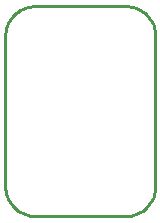
<source format=gbr>
G04 EAGLE Gerber RS-274X export*
G75*
%MOMM*%
%FSLAX34Y34*%
%LPD*%
%IN*%
%IPPOS*%
%AMOC8*
5,1,8,0,0,1.08239X$1,22.5*%
G01*
%ADD10C,0.254000*%


D10*
X0Y25400D02*
X97Y23186D01*
X386Y20989D01*
X865Y18826D01*
X1532Y16713D01*
X2380Y14666D01*
X3403Y12700D01*
X4594Y10831D01*
X5942Y9073D01*
X7440Y7440D01*
X9073Y5942D01*
X10831Y4594D01*
X12700Y3403D01*
X14666Y2380D01*
X16713Y1532D01*
X18826Y865D01*
X20989Y386D01*
X23186Y97D01*
X25400Y0D01*
X101600Y0D01*
X103814Y97D01*
X106011Y386D01*
X108174Y865D01*
X110287Y1532D01*
X112335Y2380D01*
X114300Y3403D01*
X116169Y4594D01*
X117927Y5942D01*
X119561Y7440D01*
X121058Y9073D01*
X122406Y10831D01*
X123597Y12700D01*
X124620Y14666D01*
X125468Y16713D01*
X126135Y18826D01*
X126614Y20989D01*
X126903Y23186D01*
X127000Y25400D01*
X127000Y152400D01*
X126903Y154614D01*
X126614Y156811D01*
X126135Y158974D01*
X125468Y161087D01*
X124620Y163135D01*
X123597Y165100D01*
X122406Y166969D01*
X121058Y168727D01*
X119561Y170361D01*
X117927Y171858D01*
X116169Y173206D01*
X114300Y174397D01*
X112335Y175420D01*
X110287Y176268D01*
X108174Y176935D01*
X106011Y177414D01*
X103814Y177703D01*
X101600Y177800D01*
X25400Y177800D01*
X23186Y177703D01*
X20989Y177414D01*
X18826Y176935D01*
X16713Y176268D01*
X14666Y175420D01*
X12700Y174397D01*
X10831Y173206D01*
X9073Y171858D01*
X7440Y170361D01*
X5942Y168727D01*
X4594Y166969D01*
X3403Y165100D01*
X2380Y163135D01*
X1532Y161087D01*
X865Y158974D01*
X386Y156811D01*
X97Y154614D01*
X0Y152400D01*
X0Y25400D01*
M02*

</source>
